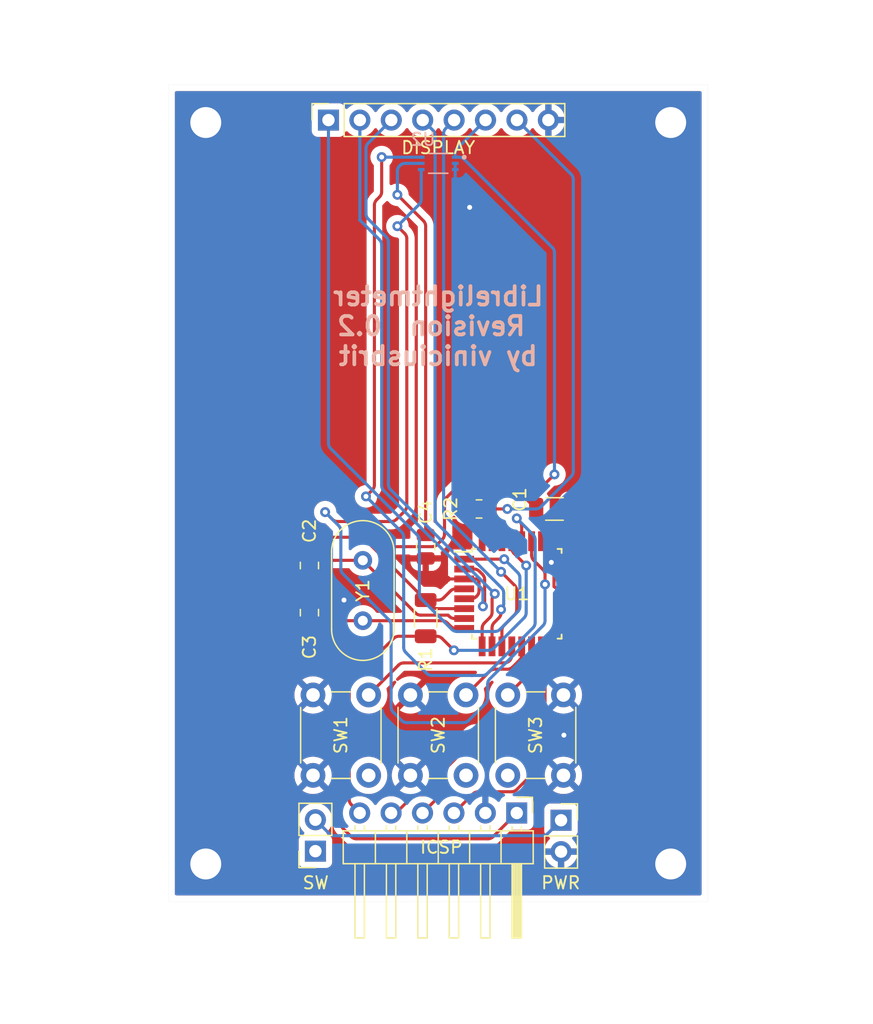
<source format=kicad_pcb>
(kicad_pcb (version 20211014) (generator pcbnew)
  (layers (0 "F.Cu" signal) (31 "B.Cu" signal) (34 "B.Paste" user) (35 "F.Paste" user) (36 "B.SilkS" user "B.Silkscreen") (37 "F.SilkS" user "F.Silkscreen") (38 "B.Mask" user) (39 "F.Mask" user) (44 "Edge.Cuts" user))
  (net 0 "")
  (net 1 "BAT+")
  (net 2 "GND")
  (net 3 "Net-(U1-Pad20)")
  (net 4 "VCC")
  (net 5 "Net-(U1-Pad7)")
  (net 6 "Net-(U1-Pad8)")
  (net 7 "Net-(U2-Pad5)")
  (net 8 "SCK")
  (net 9 "MISO")
  (net 10 "MOSI")
  (net 11 "CS")
  (net 12 "RST")
  (net 13 "CE")
  (net 14 "DC")
  (net 15 "DIN")
  (net 16 "CLK")
  (net 17 "Net-(Nokia5110-Pad7)")
  (net 19 "BL")
  (net 20 "Net-(SW1-Pad1)")
  (net 21 "Net-(SW2-Pad1)")
  (net 22 "Net-(SW3-Pad1)")
  (net 30 "SDA")
  (net 31 "SCL")
  (footprint "Capacitor_SMD:C_0805_2012Metric" (layer "F.Cu") (at 165.1 120.142 90)
    (fp_text reference "C4" (at 2.794 0 90) (layer "F.SilkS"))
    (fp_text value "0.1uF")
    (pad "1" smd roundrect (at -0.95 0 90) (size 1 1.45) (layers "F.Cu" "F.Paste" "F.Mask") (net 2 "GND"))
    (pad "2" smd roundrect (at 0.95 0 90) (size 1 1.45) (layers "F.Cu" "F.Paste" "F.Mask") (net 7 "Net-(U2-Pad5)"))
  )
  (footprint "Capacitor_SMD:C_0805_2012Metric" (layer "F.Cu") (at 155.702 125.476 90)
    (fp_text reference "C3" (at -2.794 0 90) (layer "F.SilkS"))
    (fp_text value "22pF")
    (pad "1" smd roundrect (at -0.95 0 90) (size 1 1.45) (layers "F.Cu" "F.Paste" "F.Mask") (net 6 "Net-(U1-Pad8)"))
    (pad "2" smd roundrect (at 0.95 0 90) (size 1 1.45) (layers "F.Cu" "F.Paste" "F.Mask") (net 2 "GND"))
  )
  (footprint "Resistor_SMD:R_0805_2012Metric" (layer "F.Cu") (at 169.418 117.094)
    (fp_text reference "R2" (at -2.286 0 90) (layer "F.SilkS"))
    (fp_text value "220")
    (pad "1" smd roundrect (at -0.9125 0) (size 1.025 1.4) (layers "F.Cu" "F.Paste" "F.Mask") (roundrect_rratio 0.243902) (net 19 "BL"))
    (pad "2" smd roundrect (at 0.9125 0) (size 1.025 1.4) (layers "F.Cu" "F.Paste" "F.Mask") (roundrect_rratio 0.243902) (net 17 "Net-(Nokia5110-Pad7)"))
  )
  (footprint "Connector_PinSocket_2.54mm:PinSocket_1x02_P2.54mm_Vertical" (layer "F.Cu") (at 156.185 144.76 180)
    (fp_text reference "SW" (at -0.025 -2.56 180) (layer "F.SilkS"))
    (fp_text value "SW_Push_SPDT")
    (pad "1" thru_hole rect (at 0 0 180) (size 1.7 1.7) (drill 1) (layers *.Cu *.Mask))
    (pad "2" thru_hole oval (at 0 2.54 180) (size 1.7 1.7) (drill 1) (layers *.Cu *.Mask) (net 1 "BAT+"))
  )
  (footprint "Button_Switch_THT:SW_PUSH_6mm" (layer "F.Cu") (at 171.74 138.632 90)
    (fp_text reference "SW3" (at 3.25 2.25 90) (layer "F.SilkS"))
    (fp_text value "SW_Push")
    (pad "1" thru_hole circle (at 0 0 180) (size 2 2) (drill 1.1) (layers *.Cu *.Mask) (net 22 "Net-(SW3-Pad1)"))
    (pad "1" thru_hole circle (at 6.5 0 180) (size 2 2) (drill 1.1) (layers *.Cu *.Mask) (net 22 "Net-(SW3-Pad1)"))
    (pad "2" thru_hole circle (at 6.5 4.5 180) (size 2 2) (drill 1.1) (layers *.Cu *.Mask) (net 2 "GND"))
    (pad "2" thru_hole circle (at 0 4.5 180) (size 2 2) (drill 1.1) (layers *.Cu *.Mask) (net 2 "GND"))
  )
  (footprint "Connector_PinHeader_2.54mm:PinHeader_1x06_P2.54mm_Horizontal" (layer "F.Cu") (at 172.466 141.675 -90)
    (fp_text reference "ICSP" (at 2.77 6.096 180) (layer "F.SilkS"))
    (fp_text value "Conn_01x06")
    (pad "1" thru_hole rect (at 0 0 270) (size 1.7 1.7) (drill 1) (layers *.Cu *.Mask) (net 4 "VCC"))
    (pad "2" thru_hole oval (at 0 2.54 270) (size 1.7 1.7) (drill 1) (layers *.Cu *.Mask) (net 2 "GND"))
    (pad "3" thru_hole oval (at 0 5.08 270) (size 1.7 1.7) (drill 1) (layers *.Cu *.Mask) (net 8 "SCK"))
    (pad "4" thru_hole oval (at 0 7.62 270) (size 1.7 1.7) (drill 1) (layers *.Cu *.Mask) (net 9 "MISO"))
    (pad "5" thru_hole oval (at 0 10.16 270) (size 1.7 1.7) (drill 1) (layers *.Cu *.Mask) (net 10 "MOSI"))
    (pad "6" thru_hole oval (at 0 12.7 270) (size 1.7 1.7) (drill 1) (layers *.Cu *.Mask) (net 11 "CS"))
  )
  (footprint "Button_Switch_THT:SW_PUSH_6mm" (layer "F.Cu") (at 168.366 132.132 -90)
    (fp_text reference "SW2" (at 3.25 2.25 90) (layer "F.SilkS"))
    (fp_text value "SW_Push")
    (pad "1" thru_hole circle (at 6.5 0) (size 2 2) (drill 1.1) (layers *.Cu *.Mask) (net 21 "Net-(SW2-Pad1)"))
    (pad "1" thru_hole circle (at 0 0) (size 2 2) (drill 1.1) (layers *.Cu *.Mask) (net 21 "Net-(SW2-Pad1)"))
    (pad "2" thru_hole circle (at 0 4.5) (size 2 2) (drill 1.1) (layers *.Cu *.Mask) (net 2 "GND"))
    (pad "2" thru_hole circle (at 6.5 4.5) (size 2 2) (drill 1.1) (layers *.Cu *.Mask) (net 2 "GND"))
  )
  (footprint "Button_Switch_THT:SW_PUSH_6mm" (layer "F.Cu") (at 160.492 132.132 -90)
    (fp_text reference "SW1" (at 3.25 2.25 90) (layer "F.SilkS"))
    (fp_text value "SW_Push")
    (pad "1" thru_hole circle (at 0 0) (size 2 2) (drill 1.1) (layers *.Cu *.Mask) (net 20 "Net-(SW1-Pad1)"))
    (pad "1" thru_hole circle (at 6.5 0) (size 2 2) (drill 1.1) (layers *.Cu *.Mask) (net 20 "Net-(SW1-Pad1)"))
    (pad "2" thru_hole circle (at 6.5 4.5) (size 2 2) (drill 1.1) (layers *.Cu *.Mask) (net 2 "GND"))
    (pad "2" thru_hole circle (at 0 4.5) (size 2 2) (drill 1.1) (layers *.Cu *.Mask) (net 2 "GND"))
  )
  (footprint "Capacitor_SMD:C_0805_2012Metric" (layer "F.Cu") (at 155.702 121.666 -90)
    (fp_text reference "C2" (at -2.794 0 90) (layer "F.SilkS"))
    (fp_text value "22pF")
    (pad "1" smd roundrect (at -0.95 0 270) (size 1 1.45) (layers "F.Cu" "F.Paste" "F.Mask") (net 5 "Net-(U1-Pad7)"))
    (pad "2" smd roundrect (at 0.95 0 270) (size 1 1.45) (layers "F.Cu" "F.Paste" "F.Mask") (net 2 "GND"))
  )
  (footprint "Package_QFP:TQFP-32_7x7mm_P0.8mm" (layer "F.Cu") (at 172.466 123.952)
    (fp_text reference "U1" (at 0 0 180) (layer "F.SilkS"))
    (fp_text value "ATmega328P-A")
    (pad "1" smd rect (at -4.25 -2.8) (size 1.6 0.55) (layers "F.Cu" "F.Paste" "F.Mask") (net 12 "RST"))
    (pad "2" smd rect (at -4.25 -2) (size 1.6 0.55) (layers "F.Cu" "F.Paste" "F.Mask") (net 13 "CE"))
    (pad "3" smd rect (at -4.25 -1.2) (size 1.6 0.55) (layers "F.Cu" "F.Paste" "F.Mask") (net 2 "GND"))
    (pad "4" smd rect (at -4.25 -0.4) (size 1.6 0.55) (layers "F.Cu" "F.Paste" "F.Mask") (net 4 "VCC"))
    (pad "5" smd rect (at -4.25 0.4) (size 1.6 0.55) (layers "F.Cu" "F.Paste" "F.Mask") (net 2 "GND"))
    (pad "6" smd rect (at -4.25 1.2) (size 1.6 0.55) (layers "F.Cu" "F.Paste" "F.Mask") (net 4 "VCC"))
    (pad "7" smd rect (at -4.25 2) (size 1.6 0.55) (layers "F.Cu" "F.Paste" "F.Mask") (net 5 "Net-(U1-Pad7)"))
    (pad "8" smd rect (at -4.25 2.8) (size 1.6 0.55) (layers "F.Cu" "F.Paste" "F.Mask") (net 6 "Net-(U1-Pad8)"))
    (pad "9" smd rect (at -2.8 4.25 90) (size 1.6 0.55) (layers "F.Cu" "F.Paste" "F.Mask") (net 14 "DC"))
    (pad "10" smd rect (at -2 4.25 90) (size 1.6 0.55) (layers "F.Cu" "F.Paste" "F.Mask") (net 15 "DIN"))
    (pad "11" smd rect (at -1.2 4.25 90) (size 1.6 0.55) (layers "F.Cu" "F.Paste" "F.Mask") (net 16 "CLK"))
    (pad "12" smd rect (at -0.4 4.25 90) (size 1.6 0.55) (layers "F.Cu" "F.Paste" "F.Mask") (net 20 "Net-(SW1-Pad1)"))
    (pad "13" smd rect (at 0.4 4.25 90) (size 1.6 0.55) (layers "F.Cu" "F.Paste" "F.Mask") (net 21 "Net-(SW2-Pad1)"))
    (pad "14" smd rect (at 1.2 4.25 90) (size 1.6 0.55) (layers "F.Cu" "F.Paste" "F.Mask") (net 22 "Net-(SW3-Pad1)"))
    (pad "15" smd rect (at 2 4.25 90) (size 1.6 0.55) (layers "F.Cu" "F.Paste" "F.Mask") (net 10 "MOSI"))
    (pad "16" smd rect (at 2.8 4.25 90) (size 1.6 0.55) (layers "F.Cu" "F.Paste" "F.Mask") (net 9 "MISO"))
    (pad "17" smd rect (at 4.25 2.8) (size 1.6 0.55) (layers "F.Cu" "F.Paste" "F.Mask") (net 8 "SCK"))
    (pad "18" smd rect (at 4.25 2) (size 1.6 0.55) (layers "F.Cu" "F.Paste" "F.Mask"))
    (pad "19" smd rect (at 4.25 1.2) (size 1.6 0.55) (layers "F.Cu" "F.Paste" "F.Mask"))
    (pad "20" smd rect (at 4.25 0.4) (size 1.6 0.55) (layers "F.Cu" "F.Paste" "F.Mask") (net 3 "Net-(U1-Pad20)"))
    (pad "21" smd rect (at 4.25 -0.4) (size 1.6 0.55) (layers "F.Cu" "F.Paste" "F.Mask") (net 2 "GND"))
    (pad "22" smd rect (at 4.25 -1.2) (size 1.6 0.55) (layers "F.Cu" "F.Paste" "F.Mask"))
    (pad "23" smd rect (at 4.25 -2) (size 1.6 0.55) (layers "F.Cu" "F.Paste" "F.Mask"))
    (pad "24" smd rect (at 4.25 -2.8) (size 1.6 0.55) (layers "F.Cu" "F.Paste" "F.Mask"))
    (pad "25" smd rect (at 2.8 -4.25 90) (size 1.6 0.55) (layers "F.Cu" "F.Paste" "F.Mask"))
    (pad "26" smd rect (at 2 -4.25 90) (size 1.6 0.55) (layers "F.Cu" "F.Paste" "F.Mask"))
    (pad "27" smd rect (at 1.2 -4.25 90) (size 1.6 0.55) (layers "F.Cu" "F.Paste" "F.Mask") (net 30 "SDA"))
    (pad "28" smd rect (at 0.4 -4.25 90) (size 1.6 0.55) (layers "F.Cu" "F.Paste" "F.Mask") (net 31 "SCL"))
    (pad "29" smd rect (at -0.4 -4.25 90) (size 1.6 0.55) (layers "F.Cu" "F.Paste" "F.Mask") (net 11 "CS"))
    (pad "30" smd rect (at -1.2 -4.25 90) (size 1.6 0.55) (layers "F.Cu" "F.Paste" "F.Mask"))
    (pad "31" smd rect (at -2 -4.25 90) (size 1.6 0.55) (layers "F.Cu" "F.Paste" "F.Mask"))
    (pad "32" smd rect (at -2.8 -4.25 90) (size 1.6 0.55) (layers "F.Cu" "F.Paste" "F.Mask") (net 19 "BL"))
  )
  (footprint "Capacitor_SMD:C_1206_3216Metric" (layer "F.Cu") (at 175.514 117.094 180)
    (fp_text reference "C1" (at 2.794 0.762 90) (layer "F.SilkS"))
    (fp_text value "47uF")
    (pad "1" smd roundrect (at -1.475 0 180) (size 1.15 1.8) (layers "F.Cu" "F.Paste" "F.Mask") (roundrect_rratio 0.217391) (net 3 "Net-(U1-Pad20)"))
    (pad "2" smd roundrect (at 1.475 0 180) (size 1.15 1.8) (layers "F.Cu" "F.Paste" "F.Mask") (roundrect_rratio 0.217391) (net 4 "VCC"))
  )
  (footprint "Crystal:Crystal_HC49-U_Vertical" (layer "F.Cu") (at 160.02 121.248 -90)
    (fp_text reference "Y1" (at 2.44 0 90) (layer "F.SilkS"))
    (fp_text value "16Mhz")
    (pad "1" thru_hole circle (at 0 0 270) (size 1.5 1.5) (drill 0.8) (layers *.Cu *.Mask) (net 5 "Net-(U1-Pad7)"))
    (pad "2" thru_hole circle (at 4.88 0 270) (size 1.5 1.5) (drill 0.8) (layers *.Cu *.Mask) (net 6 "Net-(U1-Pad8)"))
  )
  (footprint "Resistor_SMD:R_1206_3216Metric" (layer "F.Cu") (at 165.1 125.9225 90)
    (fp_text reference "R1" (at -3.3635 0 90) (layer "F.SilkS"))
    (fp_text value "1k")
    (pad "1" smd roundrect (at -1.4625 0 90) (size 1.125 1.75) (layers "F.Cu" "F.Paste" "F.Mask") (roundrect_rratio 0.222222) (net 11 "CS"))
    (pad "2" smd roundrect (at 1.4625 0 90) (size 1.125 1.75) (layers "F.Cu" "F.Paste" "F.Mask") (roundrect_rratio 0.222222) (net 4 "VCC"))
  )
  (footprint "Connector_PinSocket_2.54mm:PinSocket_1x02_P2.54mm_Vertical" (layer "F.Cu") (at 176.047 142.26)
    (fp_text reference "PWR" (at -0.025 5.06) (layer "F.SilkS"))
    (fp_text value "Conn_01x02_Female")
    (pad "1" thru_hole rect (at 0 0) (size 1.7 1.7) (drill 1) (layers *.Cu *.Mask) (net 1 "BAT+"))
    (pad "2" thru_hole oval (at 0 2.54) (size 1.7 1.7) (drill 1) (layers *.Cu *.Mask) (net 2 "GND"))
  )
  (footprint "Connector_PinSocket_2.54mm:PinSocket_1x08_P2.54mm_Vertical" (layer "F.Cu") (at 157.241 85.653 90)
    (fp_text reference "DISPLAY" (at -2.231 8.875 180) (layer "F.SilkS"))
    (fp_text value "Conn_01x08")
    (pad "1" thru_hole rect (at 0 0 90) (size 1.7 1.7) (drill 1) (layers *.Cu *.Mask) (net 12 "RST"))
    (pad "2" thru_hole oval (at 0 2.54 90) (size 1.7 1.7) (drill 1) (layers *.Cu *.Mask) (net 13 "CE"))
    (pad "3" thru_hole oval (at 0 5.08 90) (size 1.7 1.7) (drill 1) (layers *.Cu *.Mask) (net 14 "DC"))
    (pad "4" thru_hole oval (at 0 7.62 90) (size 1.7 1.7) (drill 1) (layers *.Cu *.Mask) (net 15 "DIN"))
    (pad "5" thru_hole oval (at 0 10.16 90) (size 1.7 1.7) (drill 1) (layers *.Cu *.Mask) (net 16 "CLK"))
    (pad "6" thru_hole oval (at 0 12.7 90) (size 1.7 1.7) (drill 1) (layers *.Cu *.Mask) (net 4 "VCC"))
    (pad "7" thru_hole oval (at 0 15.24 90) (size 1.7 1.7) (drill 1) (layers *.Cu *.Mask) (net 17 "Net-(Nokia5110-Pad7)"))
    (pad "8" thru_hole oval (at 0 17.78 90) (size 1.7 1.7) (drill 1) (layers *.Cu *.Mask) (net 2 "GND"))
  )
  (footprint "Imported Components:XDCR_BH1750FVI-TR" (layer "B.Cu") (at 166.116 89.154 180)
    (fp_text reference "U2" (at 1.226565 1.937485) (layer "B.SilkS") (effects (font (size 1.001283 1.001283)) (justify mirror)))
    (fp_text value "BH1750FVI-TR")
    (pad "1" smd rect locked (at -1.375 0.5 180) (size 0.55 0.25) (layers "B.Cu" "B.Paste" "B.Mask") (net 4 "VCC"))
    (pad "2" smd rect locked (at -1.375 0 180) (size 0.55 0.25) (layers "B.Cu" "B.Paste" "B.Mask") (net 2 "GND"))
    (pad "3" smd rect locked (at -1.375 -0.5 180) (size 0.55 0.25) (layers "B.Cu" "B.Paste" "B.Mask") (net 2 "GND"))
    (pad "4" smd rect locked (at 1.375 -0.5 180) (size 0.55 0.25) (layers "B.Cu" "B.Paste" "B.Mask") (net 30 "SDA"))
    (pad "5" smd rect locked (at 1.375 0 180) (size 0.55 0.25) (layers "B.Cu" "B.Paste" "B.Mask") (net 7 "Net-(U2-Pad5)"))
    (pad "6" smd rect locked (at 1.375 0.5 180) (size 0.55 0.25) (layers "B.Cu" "B.Paste" "B.Mask") (net 31 "SCL"))
  )
  (gr_rect (start 144.315 148.844) (end 187.917 82.804) (layer "Edge.Cuts") (width 0.01) (fill none))
  (gr_text "Librelightmeter\n Revision  0.2\nby viniciusbrit" (at 166.116 102.3112) (layer "B.SilkS") (effects (font (size 1.5 1.5) (thickness 0.3)) (justify mirror)))
  (segment (start 157.72767 143.51) (end 174.54433 143.51) (width 0.25) (layer "B.Cu") (net 1))
  (segment (start 174.975665 143.331335) (end 176.047 142.26) (width 0.25) (layer "B.Cu") (net 1))
  (segment (start 156.185 142.22) (end 157.296335 143.331335) (width 0.25) (layer "B.Cu") (net 1))
  (arc (start 174.54433 143.51) (mid 174.777767 143.463567) (end 174.975665 143.331335) (width 0.25) (layer "B.Cu") (net 1))
  (arc (start 157.72767 143.51) (mid 157.494233 143.463567) (end 157.296335 143.331335) (width 0.25) (layer "B.Cu") (net 1))
  (segment (start 169.418 123.111107) (end 169.418 123.69933) (width 0.25) (layer "F.Cu") (net 2))
  (segment (start 169.239335 124.130665) (end 169.196665 124.173335) (width 0.25) (layer "F.Cu") (net 2))
  (segment (start 168.76533 124.352) (end 168.216 124.352) (width 0.25) (layer "F.Cu") (net 2))
  (segment (start 175.476511 123.362511) (end 175.476511 121.881181) (width 0.25) (layer "F.Cu") (net 2))
  (segment (start 176.716 123.552) (end 175.91867 123.552) (width 0.25) (layer "F.Cu") (net 2))
  (segment (start 175.487335 123.373335) (end 175.476511 123.362511) (width 0.25) (layer "F.Cu") (net 2))
  (segment (start 169.266 122.752) (end 169.271554 122.757554) (width 0.25) (layer "F.Cu") (net 2))
  (segment (start 167.01267 122.752) (end 168.216 122.752) (width 0.25) (layer "F.Cu") (net 2))
  (segment (start 175.297846 121.449846) (end 175.26 121.412) (width 0.25) (layer "F.Cu") (net 2))
  (segment (start 168.216 122.752) (end 169.266 122.752) (width 0.25) (layer "F.Cu") (net 2))
  (via (at 158.496 124.46) (size 0.8) (drill 0.4) (layers "F.Cu" "B.Cu") (net 2))
  (via (at 184.912 85.852) (size 5) (drill 2.5) (layers "F.Cu" "B.Cu") (net 2))
  (via (at 147.32 145.796) (size 5) (drill 2.5) (layers "F.Cu" "B.Cu") (net 2))
  (via (at 175.26 121.412) (size 0.8) (drill 0.4) (layers "F.Cu" "B.Cu") (net 2))
  (via (at 168.656 92.71) (size 0.8) (drill 0.4) (layers "F.Cu" "B.Cu") (net 2))
  (via (at 176.276 135.382) (size 0.8) (drill 0.4) (layers "F.Cu" "B.Cu") (net 2))
  (via (at 184.912 145.796) (size 5) (drill 2.5) (layers "F.Cu" "B.Cu") (net 2))
  (via (at 147.32 85.852) (size 5) (drill 2.5) (layers "F.Cu" "B.Cu") (net 2))
  (arc (start 169.418 123.69933) (mid 169.371567 123.932767) (end 169.239335 124.130665) (width 0.25) (layer "F.Cu") (net 2))
  (arc (start 167.01267 122.752) (mid 166.779233 122.705567) (end 166.581335 122.573335) (width 0.25) (layer "F.Cu") (net 2))
  (arc (start 169.418 123.111107) (mid 169.37994 122.919766) (end 169.271554 122.757554) (width 0.25) (layer "F.Cu") (net 2))
  (arc (start 169.196665 124.173335) (mid 168.998767 124.305566) (end 168.76533 124.352) (width 0.25) (layer "F.Cu") (net 2))
  (arc (start 175.487335 123.373335) (mid 175.685233 123.505566) (end 175.91867 123.552) (width 0.25) (layer "F.Cu") (net 2))
  (arc (start 175.297846 121.449846) (mid 175.430077 121.647744) (end 175.476511 121.881181) (width 0.25) (layer "F.Cu") (net 2))
  (segment (start 167.491 89.654) (end 167.491 91.29233) (width 0.25) (layer "B.Cu") (net 2))
  (segment (start 167.669665 91.723665) (end 168.656 92.71) (width 0.25) (layer "B.Cu") (net 2))
  (segment (start 167.491 89.154) (end 167.491 89.654) (width 0.25) (layer "B.Cu") (net 2))
  (arc (start 167.491 91.29233) (mid 167.537433 91.525767) (end 167.669665 91.723665) (width 0.25) (layer "B.Cu") (net 2))
  (segment (start 177.167665 119.763665) (end 177.875335 120.471335) (width 0.25) (layer "F.Cu") (net 3))
  (segment (start 177.875335 124.116687) (end 177.818687 124.173335) (width 0.25) (layer "F.Cu") (net 3))
  (segment (start 178.054 120.90267) (end 178.054 123.685352) (width 0.25) (layer "F.Cu") (net 3))
  (segment (start 177.387352 124.352) (end 176.716 124.352) (width 0.25) (layer "F.Cu") (net 3))
  (segment (start 176.989 117.094) (end 176.989 119.33233) (width 0.25) (layer "F.Cu") (net 3))
  (arc (start 178.054 123.685352) (mid 178.007567 123.918789) (end 177.875335 124.116687) (width 0.25) (layer "F.Cu") (net 3))
  (arc (start 177.167665 119.763665) (mid 177.035434 119.565767) (end 176.989 119.33233) (width 0.25) (layer "F.Cu") (net 3))
  (arc (start 177.387352 124.352) (mid 177.620789 124.305567) (end 177.818687 124.173335) (width 0.25) (layer "F.Cu") (net 3))
  (arc (start 178.054 120.90267) (mid 178.007567 120.669233) (end 177.875335 120.471335) (width 0.25) (layer "F.Cu") (net 3))
  (segment (start 158.063335 128.853335) (end 157.150665 127.940665) (width 0.25) (layer "F.Cu") (net 4))
  (segment (start 155.015335 127.583335) (end 154.356665 126.924665) (width 0.25) (layer "F.Cu") (net 4))
  (segment (start 154.356665 120.217335) (end 155.015335 119.558665) (width 0.25) (layer "F.Cu") (net 4))
  (segment (start 155.44667 119.38) (end 159.76733 119.38) (width 0.25) (layer "F.Cu") (net 4))
  (segment (start 166.548665 124.281335) (end 167.099335 123.730665) (width 0.25) (layer "F.Cu") (net 4))
  (segment (start 154.178 126.49333) (end 154.178 120.64867) (width 0.25) (layer "F.Cu") (net 4))
  (segment (start 174.217665 115.596335) (end 175.514 114.3) (width 0.25) (layer "F.Cu") (net 4))
  (segment (start 174.039 117.094) (end 172.185665 115.240665) (width 0.25) (layer "F.Cu") (net 4))
  (segment (start 172.466 141.675) (end 170.555665 143.585335) (width 0.25) (layer "F.Cu") (net 4))
  (segment (start 166.445335 119.558665) (end 166.040665 119.963335) (width 0.25) (layer "F.Cu") (net 4))
  (segment (start 159.079335 143.585335) (end 158.420665 142.926665) (width 0.25) (layer "F.Cu") (net 4))
  (segment (start 168.216 125.152) (end 166.04467 125.152) (width 0.25) (layer "F.Cu") (net 4))
  (segment (start 160.198665 119.558665) (end 160.782 120.142) (width 0.25) (layer "F.Cu") (net 4))
  (segment (start 165.1 124.46) (end 166.11733 124.46) (width 0.25) (layer "F.Cu") (net 4))
  (segment (start 174.039 117.094) (end 174.039 116.02767) (width 0.25) (layer "F.Cu") (net 4))
  (segment (start 165.613335 124.973335) (end 165.1 124.46) (width 0.25) (layer "F.Cu") (net 4))
  (segment (start 165.60933 120.142) (end 160.782 120.142) (width 0.25) (layer "F.Cu") (net 4))
  (segment (start 170.12433 143.764) (end 159.51067 143.764) (width 0.25) (layer "F.Cu") (net 4))
  (segment (start 171.75433 115.062) (end 168.14667 115.062) (width 0.25) (layer "F.Cu") (net 4))
  (segment (start 156.71933 127.762) (end 155.44667 127.762) (width 0.25) (layer "F.Cu") (net 4))
  (segment (start 167.53067 123.552) (end 168.216 123.552) (width 0.25) (layer "F.Cu") (net 4))
  (segment (start 166.624 116.58467) (end 166.624 119.12733) (width 0.25) (layer "F.Cu") (net 4))
  (segment (start 167.715335 115.240665) (end 166.802665 116.153335) (width 0.25) (layer "F.Cu") (net 4))
  (segment (start 160.782 120.142) (end 165.1 124.46) (width 0.25) (layer "F.Cu") (net 4))
  (segment (start 158.242 142.49533) (end 158.242 129.28467) (width 0.25) (layer "F.Cu") (net 4))
  (via (at 175.514 114.3) (size 0.8) (drill 0.4) (layers "F.Cu" "B.Cu") (net 4))
  (arc (start 155.44667 127.762) (mid 155.213233 127.715567) (end 155.015335 127.583335) (width 0.25) (layer "F.Cu") (net 4))
  (arc (start 171.75433 115.062) (mid 171.987767 115.108433) (end 172.185665 115.240665) (width 0.25) (layer "F.Cu") (net 4))
  (arc (start 166.802665 116.153335) (mid 166.670434 116.351233) (end 166.624 116.58467) (width 0.25) (layer "F.Cu") (net 4))
  (arc (start 158.420665 142.926665) (mid 158.288434 142.728767) (end 158.242 142.49533) (width 0.25) (layer "F.Cu") (net 4))
  (arc (start 154.178 120.64867) (mid 154.224433 120.415233) (end 154.356665 120.217335) (width 0.25) (layer "F.Cu") (net 4))
  (arc (start 156.71933 127.762) (mid 156.952767 127.808433) (end 157.150665 127.940665) (width 0.25) (layer "F.Cu") (net 4))
  (arc (start 166.040665 119.963335) (mid 165.842767 120.095566) (end 165.60933 120.142) (width 0.25) (layer "F.Cu") (net 4))
  (arc (start 170.12433 143.764) (mid 170.357767 143.717567) (end 170.555665 143.585335) (width 0.25) (layer "F.Cu") (net 4))
  (arc (start 167.099335 123.730665) (mid 167.297233 123.598434) (end 167.53067 123.552) (width 0.25) (layer "F.Cu") (net 4))
  (arc (start 159.079335 143.585335) (mid 159.277233 143.717566) (end 159.51067 143.764) (width 0.25) (layer "F.Cu") (net 4))
  (arc (start 155.44667 119.38) (mid 155.213233 119.426433) (end 155.015335 119.558665) (width 0.25) (layer "F.Cu") (net 4))
  (arc (start 167.715335 115.240665) (mid 167.913233 115.108434) (end 168.14667 115.062) (width 0.25) (layer "F.Cu") (net 4))
  (arc (start 160.198665 119.558665) (mid 160.000767 119.426434) (end 159.76733 119.38) (width 0.25) (layer "F.Cu") (net 4))
  (arc (start 166.445335 119.558665) (mid 166.577566 119.360767) (end 166.624 119.12733) (width 0.25) (layer "F.Cu") (net 4))
  (arc (start 158.242 129.28467) (mid 158.195567 129.051233) (end 158.063335 128.853335) (width 0.25) (layer "F.Cu") (net 4))
  (arc (start 154.178 126.49333) (mid 154.224433 126.726767) (end 154.356665 126.924665) (width 0.25) (layer "F.Cu") (net 4))
  (arc (start 166.11733 124.46) (mid 166.350767 124.413567) (end 166.548665 124.281335) (width 0.25) (layer "F.Cu") (net 4))
  (arc (start 165.613335 124.973335) (mid 165.811233 125.105566) (end 166.04467 125.152) (width 0.25) (layer "F.Cu") (net 4))
  (arc (start 174.039 116.02767) (mid 174.085433 115.794233) (end 174.217665 115.596335) (width 0.25) (layer "F.Cu") (net 4))
  (segment (start 175.335335 95.949313) (end 168.218687 88.832665) (width 0.25) (layer "B.Cu") (net 4))
  (segment (start 167.669665 87.924335) (end 169.941 85.653) (width 0.25) (layer "B.Cu") (net 4))
  (segment (start 175.514 114.3) (end 175.514 96.380648) (width 0.25) (layer "B.Cu") (net 4))
  (segment (start 167.787352 88.654) (end 167.491 88.654) (width 0.25) (layer "B.Cu") (net 4))
  (segment (start 167.491 88.654) (end 167.491 88.35567) (width 0.25) (layer "B.Cu") (net 4))
  (arc (start 167.787352 88.654) (mid 168.020789 88.700433) (end 168.218687 88.832665) (width 0.25) (layer "B.Cu") (net 4))
  (arc (start 175.514 96.380648) (mid 175.467567 96.147211) (end 175.335335 95.949313) (width 0.25) (layer "B.Cu") (net 4))
  (arc (start 167.491 88.35567) (mid 167.537433 88.122233) (end 167.669665 87.924335) (width 0.25) (layer "B.Cu") (net 4))
  (segment (start 166.911991 125.67848) (end 167.006846 125.773335) (width 0.25) (layer "F.Cu") (net 5))
  (segment (start 164.70315 125.67848) (end 166.911991 125.67848) (width 0.25) (layer "F.Cu") (net 5))
  (segment (start 160.02 121.248) (end 164.271815 125.499815) (width 0.25) (layer "F.Cu") (net 5))
  (segment (start 156.48667 121.248) (end 160.02 121.248) (width 0.25) (layer "F.Cu") (net 5))
  (segment (start 155.702 120.716) (end 156.055335 121.069335) (width 0.25) (layer "F.Cu") (net 5))
  (segment (start 167.438181 125.952) (end 168.216 125.952) (width 0.25) (layer "F.Cu") (net 5))
  (arc (start 167.438181 125.952) (mid 167.204744 125.905567) (end 167.006846 125.773335) (width 0.25) (layer "F.Cu") (net 5))
  (arc (start 164.271815 125.499815) (mid 164.469713 125.632046) (end 164.70315 125.67848) (width 0.25) (layer "F.Cu") (net 5))
  (arc (start 156.48667 121.248) (mid 156.253233 121.201567) (end 156.055335 121.069335) (width 0.25) (layer "F.Cu") (net 5))
  (segment (start 155.702 126.426) (end 155.821335 126.306665) (width 0.25) (layer "F.Cu") (net 6))
  (segment (start 160.02 126.128) (end 166.415308 126.128) (width 0.25) (layer "F.Cu") (net 6))
  (segment (start 156.25267 126.128) (end 160.02 126.128) (width 0.25) (layer "F.Cu") (net 6))
  (segment (start 166.846643 126.306665) (end 167.113313 126.573335) (width 0.25) (layer "F.Cu") (net 6))
  (segment (start 167.544648 126.752) (end 168.216 126.752) (width 0.25) (layer "F.Cu") (net 6))
  (arc (start 167.544648 126.752) (mid 167.311211 126.705567) (end 167.113313 126.573335) (width 0.25) (layer "F.Cu") (net 6))
  (arc (start 166.415308 126.128) (mid 166.648745 126.174433) (end 166.846643 126.306665) (width 0.25) (layer "F.Cu") (net 6))
  (arc (start 156.25267 126.128) (mid 156.019233 126.174433) (end 155.821335 126.306665) (width 0.25) (layer "F.Cu") (net 6))
  (segment (start 164.921335 93.801335) (end 162.814 91.694) (width 0.25) (layer "F.Cu") (net 7))
  (segment (start 165.1 119.192) (end 165.1 94.23267) (width 0.25) (layer "F.Cu") (net 7))
  (via (at 162.814 91.694) (size 0.8) (drill 0.4) (layers "F.Cu" "B.Cu") (net 7))
  (arc (start 164.921335 93.801335) (mid 165.053566 93.999233) (end 165.1 94.23267) (width 0.25) (layer "F.Cu") (net 7))
  (segment (start 163.444648 89.154) (end 164.741 89.154) (width 0.25) (layer "B.Cu") (net 7))
  (segment (start 162.992665 89.353313) (end 163.013313 89.332665) (width 0.25) (layer "B.Cu") (net 7))
  (segment (start 162.814 91.694) (end 162.814 89.784648) (width 0.25) (layer "B.Cu") (net 7))
  (arc (start 163.013313 89.332665) (mid 163.211211 89.200434) (end 163.444648 89.154) (width 0.25) (layer "B.Cu") (net 7))
  (arc (start 162.992665 89.353313) (mid 162.860434 89.551211) (end 162.814 89.784648) (width 0.25) (layer "B.Cu") (net 7))
  (segment (start 176.716 129.10133) (end 176.716 126.752) (width 0.25) (layer "F.Cu") (net 8))
  (segment (start 169.357159 139.956511) (end 172.035962 139.956511) (width 0.25) (layer "F.Cu") (net 8))
  (segment (start 174.752 137.240473) (end 174.752 131.57067) (width 0.25) (layer "F.Cu") (net 8))
  (segment (start 172.467297 139.777846) (end 174.573335 137.671808) (width 0.25) (layer "F.Cu") (net 8))
  (segment (start 174.930665 131.139335) (end 176.537335 129.532665) (width 0.25) (layer "F.Cu") (net 8))
  (segment (start 167.386 141.675) (end 168.925824 140.135176) (width 0.25) (layer "F.Cu") (net 8))
  (arc (start 174.573335 137.671808) (mid 174.705566 137.47391) (end 174.752 137.240473) (width 0.25) (layer "F.Cu") (net 8))
  (arc (start 169.357159 139.956511) (mid 169.123722 140.002944) (end 168.925824 140.135176) (width 0.25) (layer "F.Cu") (net 8))
  (arc (start 172.467297 139.777846) (mid 172.269399 139.910077) (end 172.035962 139.956511) (width 0.25) (layer "F.Cu") (net 8))
  (arc (start 174.752 131.57067) (mid 174.798433 131.337233) (end 174.930665 131.139335) (width 0.25) (layer "F.Cu") (net 8))
  (arc (start 176.537335 129.532665) (mid 176.669566 129.334767) (end 176.716 129.10133) (width 0.25) (layer "F.Cu") (net 8))
  (segment (start 166.802665 137.997335) (end 168.731335 136.068665) (width 0.25) (layer "F.Cu") (net 9))
  (segment (start 174.422665 130.885335) (end 175.087335 130.220665) (width 0.25) (layer "F.Cu") (net 9))
  (segment (start 164.846 141.675) (end 166.445335 140.075665) (width 0.25) (layer "F.Cu") (net 9))
  (segment (start 166.624 139.64433) (end 166.624 138.42867) (width 0.25) (layer "F.Cu") (net 9))
  (segment (start 174.244 133.85933) (end 174.244 131.31667) (width 0.25) (layer "F.Cu") (net 9))
  (segment (start 169.16267 135.89) (end 172.21333 135.89) (width 0.25) (layer "F.Cu") (net 9))
  (segment (start 175.266 129.78933) (end 175.266 128.202) (width 0.25) (layer "F.Cu") (net 9))
  (segment (start 172.644665 135.711335) (end 174.065335 134.290665) (width 0.25) (layer "F.Cu") (net 9))
  (arc (start 166.445335 140.075665) (mid 166.577566 139.877767) (end 166.624 139.64433) (width 0.25) (layer "F.Cu") (net 9))
  (arc (start 175.266 129.78933) (mid 175.219567 130.022767) (end 175.087335 130.220665) (width 0.25) (layer "F.Cu") (net 9))
  (arc (start 174.244 133.85933) (mid 174.197567 134.092767) (end 174.065335 134.290665) (width 0.25) (layer "F.Cu") (net 9))
  (arc (start 166.802665 137.997335) (mid 166.670434 138.195233) (end 166.624 138.42867) (width 0.25) (layer "F.Cu") (net 9))
  (arc (start 174.244 131.31667) (mid 174.290433 131.083233) (end 174.422665 130.885335) (width 0.25) (layer "F.Cu") (net 9))
  (arc (start 169.16267 135.89) (mid 168.929233 135.936433) (end 168.731335 136.068665) (width 0.25) (layer "F.Cu") (net 9))
  (arc (start 172.21333 135.89) (mid 172.446767 135.843567) (end 172.644665 135.711335) (width 0.25) (layer "F.Cu") (net 9))
  (segment (start 165.862 139.44733) (end 165.862 138.42867) (width 0.25) (layer "F.Cu") (net 10))
  (segment (start 166.040665 137.997335) (end 168.731335 135.306665) (width 0.25) (layer "F.Cu") (net 10))
  (segment (start 164.415813 140.208) (end 165.10133 140.208) (width 0.25) (layer "F.Cu") (net 10))
  (segment (start 162.306 141.675) (end 162.443473 141.675) (width 0.25) (layer "F.Cu") (net 10))
  (segment (start 173.79448 133.54685) (end 173.79448 131.00419) (width 0.25) (layer "F.Cu") (net 10))
  (segment (start 174.466 129.82733) (end 174.466 128.202) (width 0.25) (layer "F.Cu") (net 10))
  (segment (start 162.874808 141.496335) (end 163.984478 140.386665) (width 0.25) (layer "F.Cu") (net 10))
  (segment (start 172.644665 134.949335) (end 173.615815 133.978185) (width 0.25) (layer "F.Cu") (net 10))
  (segment (start 173.973145 130.572855) (end 174.287335 130.258665) (width 0.25) (layer "F.Cu") (net 10))
  (segment (start 165.532665 140.029335) (end 165.683335 139.878665) (width 0.25) (layer "F.Cu") (net 10))
  (segment (start 169.16267 135.128) (end 172.21333 135.128) (width 0.25) (layer "F.Cu") (net 10))
  (arc (start 165.532665 140.029335) (mid 165.334767 140.161566) (end 165.10133 140.208) (width 0.25) (layer "F.Cu") (net 10))
  (arc (start 173.615815 133.978185) (mid 173.748046 133.780287) (end 173.79448 133.54685) (width 0.25) (layer "F.Cu") (net 10))
  (arc (start 173.973145 130.572855) (mid 173.840914 130.770753) (end 173.79448 131.00419) (width 0.25) (layer "F.Cu") (net 10))
  (arc (start 163.984478 140.386665) (mid 164.182376 140.254434) (end 164.415813 140.208) (width 0.25) (layer "F.Cu") (net 10))
  (arc (start 174.466 129.82733) (mid 174.419567 130.060767) (end 174.287335 130.258665) (width 0.25) (layer "F.Cu") (net 10))
  (arc (start 172.644665 134.949335) (mid 172.446767 135.081566) (end 172.21333 135.128) (width 0.25) (layer "F.Cu") (net 10))
  (arc (start 169.16267 135.128) (mid 168.929233 135.174433) (end 168.731335 135.306665) (width 0.25) (layer "F.Cu") (net 10))
  (arc (start 165.683335 139.878665) (mid 165.815566 139.680767) (end 165.862 139.44733) (width 0.25) (layer "F.Cu") (net 10))
  (arc (start 162.874808 141.496335) (mid 162.67691 141.628566) (end 162.443473 141.675) (width 0.25) (layer "F.Cu") (net 10))
  (arc (start 165.862 138.42867) (mid 165.908433 138.195233) (end 166.040665 137.997335) (width 0.25) (layer "F.Cu") (net 10))
  (segment (start 173.228 121.666) (end 172.244665 120.682665) (width 0.25) (layer "F.Cu") (net 11))
  (segment (start 158.916 140.57233) (end 158.916 131.40467) (width 0.25) (layer "F.Cu") (net 11))
  (segment (start 159.766 141.675) (end 159.094665 141.003665) (width 0.25) (layer "F.Cu") (net 11))
  (segment (start 165.1 127.385) (end 165.99433 127.385) (width 0.25) (layer "F.Cu") (net 11))
  (segment (start 159.094665 130.973335) (end 162.504335 127.563665) (width 0.25) (layer "F.Cu") (net 11))
  (segment (start 172.066 120.25133) (end 172.066 119.702) (width 0.25) (layer "F.Cu") (net 11))
  (segment (start 166.425665 127.563665) (end 167.386 128.524) (width 0.25) (layer "F.Cu") (net 11))
  (segment (start 162.93567 127.385) (end 165.1 127.385) (width 0.25) (layer "F.Cu") (net 11))
  (via (at 167.386 128.524) (size 0.8) (drill 0.4) (layers "F.Cu" "B.Cu") (net 11))
  (via (at 173.228 121.666) (size 0.8) (drill 0.4) (layers "F.Cu" "B.Cu") (net 11))
  (arc (start 162.504335 127.563665) (mid 162.702233 127.431434) (end 162.93567 127.385) (width 0.25) (layer "F.Cu") (net 11))
  (arc (start 166.425665 127.563665) (mid 166.227767 127.431434) (end 165.99433 127.385) (width 0.25) (layer "F.Cu") (net 11))
  (arc (start 158.916 140.57233) (mid 158.962433 140.805767) (end 159.094665 141.003665) (width 0.25) (layer "F.Cu") (net 11))
  (arc (start 158.916 131.40467) (mid 158.962433 131.171233) (end 159.094665 130.973335) (width 0.25) (layer "F.Cu") (net 11))
  (arc (start 172.244665 120.682665) (mid 172.112434 120.484767) (end 172.066 120.25133) (width 0.25) (layer "F.Cu") (net 11))
  (segment (start 167.386 128.524) (end 170.18133 128.524) (width 0.25) (layer "B.Cu") (net 11))
  (segment (start 173.228 125.47733) (end 173.228 121.666) (width 0.25) (layer "B.Cu") (net 11))
  (segment (start 170.612665 128.345335) (end 173.049335 125.908665) (width 0.25) (layer "B.Cu") (net 11))
  (arc (start 173.049335 125.908665) (mid 173.181566 125.710767) (end 173.228 125.47733) (width 0.25) (layer "B.Cu") (net 11))
  (arc (start 170.612665 128.345335) (mid 170.414767 128.477566) (end 170.18133 128.524) (width 0.25) (layer "B.Cu") (net 11))
  (segment (start 168.216 121.152) (end 171.456 121.152) (width 0.25) (layer "F.Cu") (net 12))
  (via (at 171.45 121.158) (size 0.8) (drill 0.4) (layers "F.Cu" "B.Cu") (net 12))
  (segment (start 172.541335 122.237335) (end 171.456 121.152) (width 0.25) (layer "B.Cu") (net 12))
  (segment (start 159.004 113.792) (end 159.012614 113.792) (width 0.25) (layer "B.Cu") (net 12))
  (segment (start 159.012614 113.792) (end 164.413335 119.192721) (width 0.25) (layer "B.Cu") (net 12))
  (segment (start 157.419665 112.207665) (end 159.004 113.792) (width 0.25) (layer "B.Cu") (net 12))
  (segment (start 164.592 119.624056) (end 164.592 123.95333) (width 0.25) (layer "B.Cu") (net 12))
  (segment (start 164.770665 124.384665) (end 167.207335 126.821335) (width 0.25) (layer "B.Cu") (net 12))
  (segment (start 172.72 124.96933) (end 172.72 122.66867) (width 0.25) (layer "B.Cu") (net 12))
  (segment (start 167.63867 127) (end 170.68933 127) (width 0.25) (layer "B.Cu") (net 12))
  (segment (start 171.120665 126.821335) (end 172.541335 125.400665) (width 0.25) (layer "B.Cu") (net 12))
  (segment (start 157.241 85.653) (end 157.241 111.77633) (width 0.25) (layer "B.Cu") (net 12))
  (arc (start 164.413335 119.192721) (mid 164.545566 119.390619) (end 164.592 119.624056) (width 0.25) (layer "B.Cu") (net 12))
  (arc (start 172.72 124.96933) (mid 172.673567 125.202767) (end 172.541335 125.400665) (width 0.25) (layer "B.Cu") (net 12))
  (arc (start 167.207335 126.821335) (mid 167.405233 126.953566) (end 167.63867 127) (width 0.25) (layer "B.Cu") (net 12))
  (arc (start 164.770665 124.384665) (mid 164.638434 124.186767) (end 164.592 123.95333) (width 0.25) (layer "B.Cu") (net 12))
  (arc (start 171.120665 126.821335) (mid 170.922767 126.953566) (end 170.68933 127) (width 0.25) (layer "B.Cu") (net 12))
  (arc (start 172.541335 122.237335) (mid 172.673566 122.435233) (end 172.72 122.66867) (width 0.25) (layer "B.Cu") (net 12))
  (arc (start 157.241 111.77633) (mid 157.287433 112.009767) (end 157.419665 112.207665) (width 0.25) (layer "B.Cu") (net 12))
  (segment (start 169.01333 121.952) (end 168.216 121.952) (width 0.25) (layer "F.Cu") (net 13))
  (segment (start 169.86752 124.83096) (end 169.86752 122.80619) (width 0.25) (layer "F.Cu") (net 13))
  (segment (start 169.688855 122.374855) (end 169.444665 122.130665) (width 0.25) (layer "F.Cu") (net 13))
  (segment (start 169.73048 124.968) (end 169.86752 124.83096) (width 0.25) (layer "F.Cu") (net 13))
  (via (at 169.73048 124.968) (size 0.8) (drill 0.4) (layers "F.Cu" "B.Cu") (net 13))
  (arc (start 169.01333 121.952) (mid 169.246767 121.998433) (end 169.444665 122.130665) (width 0.25) (layer "F.Cu") (net 13))
  (arc (start 169.86752 122.80619) (mid 169.821087 122.572753) (end 169.688855 122.374855) (width 0.25) (layer "F.Cu") (net 13))
  (segment (start 159.766 93.726) (end 159.781 93.711) (width 0.25) (layer "B.Cu") (net 13))
  (segment (start 159.781 93.711) (end 159.781 85.653) (width 0.25) (layer "B.Cu") (net 13))
  (segment (start 169.73048 124.968) (end 169.73048 123.882868) (width 0.25) (layer "B.Cu") (net 13))
  (segment (start 161.544 115.191048) (end 161.544 95.75667) (width 0.25) (layer "B.Cu") (net 13))
  (segment (start 161.365335 95.325335) (end 159.766 93.726) (width 0.25) (layer "B.Cu") (net 13))
  (segment (start 169.551815 123.451533) (end 161.722665 115.622383) (width 0.25) (layer "B.Cu") (net 13))
  (arc (start 169.73048 123.882868) (mid 169.684047 123.649431) (end 169.551815 123.451533) (width 0.25) (layer "B.Cu") (net 13))
  (arc (start 161.544 115.191048) (mid 161.590433 115.424485) (end 161.722665 115.622383) (width 0.25) (layer "B.Cu") (net 13))
  (arc (start 161.544 95.75667) (mid 161.497567 95.523233) (end 161.365335 95.325335) (width 0.25) (layer "B.Cu") (net 13))
  (segment (start 169.666 128.202) (end 169.666 126.75067) (width 0.25) (layer "F.Cu") (net 14))
  (segment (start 170.471489 125.439841) (end 170.471489 124.421181) (width 0.25) (layer "F.Cu") (net 14))
  (segment (start 169.844665 126.319335) (end 170.292824 125.871176) (width 0.25) (layer "F.Cu") (net 14))
  (segment (start 170.650154 123.989846) (end 170.688 123.952) (width 0.25) (layer "F.Cu") (net 14))
  (via (at 170.688 123.952) (size 0.8) (drill 0.4) (layers "F.Cu" "B.Cu") (net 14))
  (arc (start 170.471489 125.439841) (mid 170.425056 125.673278) (end 170.292824 125.871176) (width 0.25) (layer "F.Cu") (net 14))
  (arc (start 170.650154 123.989846) (mid 170.517923 124.187744) (end 170.471489 124.421181) (width 0.25) (layer "F.Cu") (net 14))
  (arc (start 169.666 126.75067) (mid 169.712433 126.517233) (end 169.844665 126.319335) (width 0.25) (layer "F.Cu") (net 14))
  (segment (start 160.274 93.21933) (end 160.274 87.95267) (width 0.25) (layer "B.Cu") (net 14))
  (segment (start 160.452665 87.521335) (end 162.321 85.653) (width 0.25) (layer "B.Cu") (net 14))
  (segment (start 161.910824 95.108824) (end 160.452665 93.650665) (width 0.25) (layer "B.Cu") (net 14))
  (segment (start 170.688 123.952) (end 162.268154 115.532154) (width 0.25) (layer "B.Cu") (net 14))
  (segment (start 162.089489 115.100819) (end 162.089489 95.540159) (width 0.25) (layer "B.Cu") (net 14))
  (arc (start 160.274 87.95267) (mid 160.320433 87.719233) (end 160.452665 87.521335) (width 0.25) (layer "B.Cu") (net 14))
  (arc (start 162.089489 95.540159) (mid 162.043056 95.306722) (end 161.910824 95.108824) (width 0.25) (layer "B.Cu") (net 14))
  (arc (start 160.274 93.21933) (mid 160.320433 93.452767) (end 160.452665 93.650665) (width 0.25) (layer "B.Cu") (net 14))
  (arc (start 162.089489 115.100819) (mid 162.135922 115.334256) (end 162.268154 115.532154) (width 0.25) (layer "B.Cu") (net 14))
  (segment (start 170.644665 126.281335) (end 171.017335 125.908665) (width 0.25) (layer "F.Cu") (net 15))
  (segment (start 170.466 128.202) (end 170.466 126.71267) (width 0.25) (layer "F.Cu") (net 15))
  (segment (start 171.196 125.47733) (end 171.196 125.222) (width 0.25) (layer "F.Cu") (net 15))
  (via (at 171.196 125.222) (size 0.8) (drill 0.4) (layers "F.Cu" "B.Cu") (net 15))
  (arc (start 171.196 125.47733) (mid 171.149567 125.710767) (end 171.017335 125.908665) (width 0.25) (layer "F.Cu") (net 15))
  (arc (start 170.466 126.71267) (mid 170.512433 126.479233) (end 170.644665 126.281335) (width 0.25) (layer "F.Cu") (net 15))
  (segment (start 171.196 125.222) (end 171.233846 125.184154) (width 0.25) (layer "B.Cu") (net 15))
  (segment (start 165.683335 86.475335) (end 164.861 85.653) (width 0.25) (layer "B.Cu") (net 15))
  (segment (start 171.233846 123.473232) (end 166.040665 118.280051) (width 0.25) (layer "B.Cu") (net 15))
  (segment (start 165.862 117.848716) (end 165.862 86.90667) (width 0.25) (layer "B.Cu") (net 15))
  (segment (start 171.412511 124.752819) (end 171.412511 123.904567) (width 0.25) (layer "B.Cu") (net 15))
  (arc (start 165.862 86.90667) (mid 165.815567 86.673233) (end 165.683335 86.475335) (width 0.25) (layer "B.Cu") (net 15))
  (arc (start 171.233846 123.473232) (mid 171.366077 123.67113) (end 171.412511 123.904567) (width 0.25) (layer "B.Cu") (net 15))
  (arc (start 171.412511 124.752819) (mid 171.366078 124.986256) (end 171.233846 125.184154) (width 0.25) (layer "B.Cu") (net 15))
  (arc (start 166.040665 118.280051) (mid 165.908434 118.082153) (end 165.862 117.848716) (width 0.25) (layer "B.Cu") (net 15))
  (segment (start 172.466 125.22333) (end 172.466 123.69667) (width 0.25) (layer "F.Cu") (net 16))
  (segment (start 172.287335 123.265335) (end 171.196 122.174) (width 0.25) (layer "F.Cu") (net 16))
  (segment (start 171.266 128.202) (end 171.266 126.92867) (width 0.25) (layer "F.Cu") (net 16))
  (segment (start 171.444665 126.497335) (end 172.287335 125.654665) (width 0.25) (layer "F.Cu") (net 16))
  (via (at 171.196 122.174) (size 0.8) (drill 0.4) (layers "F.Cu" "B.Cu") (net 16))
  (arc (start 172.287335 125.654665) (mid 172.419566 125.456767) (end 172.466 125.22333) (width 0.25) (layer "F.Cu") (net 16))
  (arc (start 171.444665 126.497335) (mid 171.312434 126.695233) (end 171.266 126.92867) (width 0.25) (layer "F.Cu") (net 16))
  (arc (start 172.287335 123.265335) (mid 172.419566 123.463233) (end 172.466 123.69667) (width 0.25) (layer "F.Cu") (net 16))
  (segment (start 171.196 122.174) (end 166.729665 117.707665) (width 0.25) (layer "B.Cu") (net 16))
  (segment (start 166.729665 86.324335) (end 167.401 85.653) (width 0.25) (layer "B.Cu") (net 16))
  (segment (start 166.551 117.27633) (end 166.551 86.75567) (width 0.25) (layer "B.Cu") (net 16))
  (arc (start 166.551 117.27633) (mid 166.597433 117.509767) (end 166.729665 117.707665) (width 0.25) (layer "B.Cu") (net 16))
  (arc (start 166.551 86.75567) (mid 166.597433 86.522233) (end 166.729665 86.324335) (width 0.25) (layer "B.Cu") (net 16))
  (segment (start 170.3305 117.094) (end 171.704 117.094) (width 0.25) (layer "F.Cu") (net 17))
  (via (at 171.704 117.094) (size 0.8) (drill 0.4) (layers "F.Cu" "B.Cu") (net 17))
  (segment (start 177.038 114.04733) (end 177.038 90.46267) (width 0.25) (layer "B.Cu") (net 17))
  (segment (start 176.859335 90.031335) (end 172.481 85.653) (width 0.25) (layer "B.Cu") (net 17))
  (segment (start 171.704 117.094) (end 173.99133 117.094) (width 0.25) (layer "B.Cu") (net 17))
  (segment (start 174.422665 116.915335) (end 176.859335 114.478665) (width 0.25) (layer "B.Cu") (net 17))
  (arc (start 174.422665 116.915335) (mid 174.224767 117.047566) (end 173.99133 117.094) (width 0.25) (layer "B.Cu") (net 17))
  (arc (start 177.038 90.46267) (mid 176.991567 90.229233) (end 176.859335 90.031335) (width 0.25) (layer "B.Cu") (net 17))
  (arc (start 177.038 114.04733) (mid 176.991567 114.280767) (end 176.859335 114.478665) (width 0.25) (layer "B.Cu") (net 17))
  (segment (start 168.5055 117.094) (end 169.487335 118.075835) (width 0.25) (layer "F.Cu") (net 19))
  (segment (start 169.666 118.50717) (end 169.666 119.702) (width 0.25) (layer "F.Cu") (net 19))
  (arc (start 169.487335 118.075835) (mid 169.619566 118.273733) (end 169.666 118.50717) (width 0.25) (layer "F.Cu") (net 19))
  (segment (start 163.33667 129.54) (end 171.45133 129.54) (width 0.25) (layer "F.Cu") (net 20))
  (segment (start 172.066 128.92533) (end 172.066 128.202) (width 0.25) (layer "F.Cu") (net 20))
  (segment (start 160.492 132.132) (end 162.905335 129.718665) (width 0.25) (layer "F.Cu") (net 20))
  (segment (start 171.882665 129.361335) (end 171.887335 129.356665) (width 0.25) (layer "F.Cu") (net 20))
  (arc (start 162.905335 129.718665) (mid 163.103233 129.586434) (end 163.33667 129.54) (width 0.25) (layer "F.Cu") (net 20))
  (arc (start 171.882665 129.361335) (mid 171.684767 129.493566) (end 171.45133 129.54) (width 0.25) (layer "F.Cu") (net 20))
  (arc (start 171.887335 129.356665) (mid 172.019566 129.158767) (end 172.066 128.92533) (width 0.25) (layer "F.Cu") (net 20))
  (segment (start 170.70267 130.048) (end 171.70533 130.048) (width 0.25) (layer "F.Cu") (net 21))
  (segment (start 172.866 128.88733) (end 172.866 128.202) (width 0.25) (layer "F.Cu") (net 21))
  (segment (start 172.136665 129.869335) (end 172.687335 129.318665) (width 0.25) (layer "F.Cu") (net 21))
  (segment (start 168.366 132.132) (end 170.271335 130.226665) (width 0.25) (layer "F.Cu") (net 21))
  (arc (start 172.136665 129.869335) (mid 171.938767 130.001566) (end 171.70533 130.048) (width 0.25) (layer "F.Cu") (net 21))
  (arc (start 170.271335 130.226665) (mid 170.469233 130.094434) (end 170.70267 130.048) (width 0.25) (layer "F.Cu") (net 21))
  (arc (start 172.687335 129.318665) (mid 172.819566 129.120767) (end 172.866 128.88733) (width 0.25) (layer "F.Cu") (net 21))
  (segment (start 171.74 132.132) (end 173.487335 130.384665) (width 0.25) (layer "F.Cu") (net 22))
  (segment (start 173.666 129.95333) (end 173.666 128.202) (width 0.25) (layer "F.Cu") (net 22))
  (arc (start 173.487335 130.384665) (mid 173.619566 130.186767) (end 173.666 129.95333) (width 0.25) (layer "F.Cu") (net 22))
  (segment (start 174.752 122.418056) (end 174.752 123.19) (width 0.25) (layer "F.Cu") (net 30))
  (segment (start 157.98667 118.11) (end 162.30733 118.11) (width 0.25) (layer "F.Cu") (net 30))
  (segment (start 162.738665 117.931335) (end 163.397335 117.272665) (width 0.25) (layer "F.Cu") (net 30))
  (segment (start 163.576 116.84133) (end 163.576 111.76) (width 0.25) (layer "F.Cu") (net 30))
  (segment (start 163.576 111.76) (end 163.576 95.24867) (width 0.25) (layer "F.Cu") (net 30))
  (segment (start 173.844665 121.258051) (end 174.573335 121.986721) (width 0.25) (layer "F.Cu") (net 30))
  (segment (start 156.972 117.348) (end 157.555335 117.931335) (width 0.25) (layer "F.Cu") (net 30))
  (segment (start 173.666 119.702) (end 173.666 120.826716) (width 0.25) (layer "F.Cu") (net 30))
  (segment (start 163.397335 94.817335) (end 162.814 94.234) (width 0.25) (layer "F.Cu") (net 30))
  (via (at 156.972 117.348) (size 0.8) (drill 0.4) (layers "F.Cu" "B.Cu") (net 30))
  (via (at 162.814 94.234) (size 0.8) (drill 0.4) (layers "F.Cu" "B.Cu") (net 30))
  (via (at 174.752 123.19) (size 0.8) (drill 0.4) (layers "F.Cu" "B.Cu") (net 30))
  (arc (start 163.576 116.84133) (mid 163.529567 117.074767) (end 163.397335 117.272665) (width 0.25) (layer "F.Cu") (net 30))
  (arc (start 162.738665 117.931335) (mid 162.540767 118.063566) (end 162.30733 118.11) (width 0.25) (layer "F.Cu") (net 30))
  (arc (start 174.573335 121.986721) (mid 174.705566 122.184619) (end 174.752 122.418056) (width 0.25) (layer "F.Cu") (net 30))
  (arc (start 157.98667 118.11) (mid 157.753233 118.063567) (end 157.555335 117.931335) (width 0.25) (layer "F.Cu") (net 30))
  (arc (start 163.576 95.24867) (mid 163.529567 95.015233) (end 163.397335 94.817335) (width 0.25) (layer "F.Cu") (net 30))
  (arc (start 173.844665 121.258051) (mid 173.712434 121.060153) (end 173.666 120.826716) (width 0.25) (layer "F.Cu") (net 30))
  (segment (start 162.306 133.09733) (end 162.306 126.49067) (width 0.25) (layer "B.Cu") (net 30))
  (segment (start 169.933532 132.834468) (end 168.580665 134.187335) (width 0.25) (layer "B.Cu") (net 30))
  (segment (start 174.752 123.19) (end 174.752 126.113047) (width 0.25) (layer "B.Cu") (net 30))
  (segment (start 174.573335 126.544382) (end 170.290862 130.826855) (width 0.25) (layer "B.Cu") (net 30))
  (segment (start 164.741 92.05433) (end 164.741 89.654) (width 0.25) (layer "B.Cu") (net 30))
  (segment (start 162.127335 126.059335) (end 158.420665 122.352665) (width 0.25) (layer "B.Cu") (net 30))
  (segment (start 162.814 94.234) (end 164.562335 92.485665) (width 0.25) (layer "B.Cu") (net 30))
  (segment (start 163.143335 134.187335) (end 162.484665 133.528665) (width 0.25) (layer "B.Cu") (net 30))
  (segment (start 158.242 121.92133) (end 158.242 118.87067) (width 0.25) (layer "B.Cu") (net 30))
  (segment (start 168.14933 134.366) (end 163.57467 134.366) (width 0.25) (layer "B.Cu") (net 30))
  (segment (start 170.112197 131.25819) (end 170.112197 132.403133) (width 0.25) (layer "B.Cu") (net 30))
  (segment (start 158.063335 118.439335) (end 156.972 117.348) (width 0.25) (layer "B.Cu") (net 30))
  (arc (start 170.290862 130.826855) (mid 170.158631 131.024753) (end 170.112197 131.25819) (width 0.25) (layer "B.Cu") (net 30))
  (arc (start 162.306 133.09733) (mid 162.352433 133.330767) (end 162.484665 133.528665) (width 0.25) (layer "B.Cu") (net 30))
  (arc (start 164.562335 92.485665) (mid 164.694566 92.287767) (end 164.741 92.05433) (width 0.25) (layer "B.Cu") (net 30))
  (arc (start 163.57467 134.366) (mid 163.341233 134.319567) (end 163.143335 134.187335) (width 0.25) (layer "B.Cu") (net 30))
  (arc (start 169.933532 132.834468) (mid 170.065763 132.63657) (end 170.112197 132.403133) (width 0.25) (layer "B.Cu") (net 30))
  (arc (start 168.580665 134.187335) (mid 168.382767 134.319566) (end 168.14933 134.366) (width 0.25) (layer "B.Cu") (net 30))
  (arc (start 162.306 126.49067) (mid 162.259567 126.257233) (end 162.127335 126.059335) (width 0.25) (layer "B.Cu") (net 30))
  (arc (start 174.573335 126.544382) (mid 174.705566 126.346484) (end 174.752 126.113047) (width 0.25) (layer "B.Cu") (net 30))
  (arc (start 158.242 121.92133) (mid 158.288433 122.154767) (end 158.420665 122.352665) (width 0.25) (layer "B.Cu") (net 30))
  (arc (start 158.242 118.87067) (mid 158.195567 118.637233) (end 158.063335 118.439335) (width 0.25) (layer "B.Cu") (net 30))
  (segment (start 172.866 119.702) (end 172.866 118.50867) (width 0.25) (layer "F.Cu") (net 31))
  (segment (start 160.274 116.078) (end 160.776846 115.575154) (width 0.25) (layer "F.Cu") (net 31))
  (segment (start 172.687335 118.077335) (end 172.466 117.856) (width 0.25) (layer "F.Cu") (net 31))
  (segment (start 161.544 91.44133) (end 161.544 88.646) (width 0.25) (layer "F.Cu") (net 31))
  (segment (start 160.955511 115.143819) (end 160.955511 92.535159) (width 0.25) (layer "F.Cu") (net 31))
  (segment (start 161.134176 92.103824) (end 161.365335 91.872665) (width 0.25) (layer "F.Cu") (net 31))
  (via (at 160.274 116.078) (size 0.8) (drill 0.4) (layers "F.Cu" "B.Cu") (net 31))
  (via (at 161.544 88.646) (size 0.8) (drill 0.4) (layers "F.Cu" "B.Cu") (net 31))
  (via (at 172.466 117.856) (size 0.8) (drill 0.4) (layers "F.Cu" "B.Cu") (net 31))
  (arc (start 161.544 91.44133) (mid 161.497567 91.674767) (end 161.365335 91.872665) (width 0.25) (layer "F.Cu") (net 31))
  (arc (start 161.134176 92.103824) (mid 161.001945 92.301722) (end 160.955511 92.535159) (width 0.25) (layer "F.Cu") (net 31))
  (arc (start 172.687335 118.077335) (mid 172.819566 118.275233) (end 172.866 118.50867) (width 0.25) (layer "F.Cu") (net 31))
  (arc (start 160.776846 115.575154) (mid 160.909077 115.377256) (end 160.955511 115.143819) (width 0.25) (layer "F.Cu") (net 31))
  (segment (start 161.552 88.654) (end 164.741 88.654) (width 0.25) (layer "B.Cu") (net 31))
  (segment (start 163.143335 118.947335) (end 160.274 116.078) (width 0.25) (layer "B.Cu") (net 31))
  (segment (start 163.576 128.778) (end 163.500665 128.702665) (width 0.25) (layer "B.Cu") (net 31))
  (segment (start 169.67333 130.556) (end 165.60667 130.556) (width 0.25) (layer "B.Cu") (net 31))
  (segment (start 161.544 88.646) (end 161.552 88.654) (width 0.25) (layer "B.Cu") (net 31))
  (segment (start 173.952511 119.595181) (end 173.952511 126.276819) (width 0.25) (layer "B.Cu") (net 31))
  (segment (start 172.466 117.856) (end 173.773846 119.163846) (width 0.25) (layer "B.Cu") (net 31))
  (segment (start 173.773846 126.708154) (end 170.104665 130.377335) (width 0.25) (layer "B.Cu") (net 31))
  (segment (start 163.322 128.27133) (end 163.322 119.37867) (width 0.25) (layer "B.Cu") (net 31))
  (segment (start 165.175335 130.377335) (end 163.576 128.778) (width 0.25) (layer "B.Cu") (net 31))
  (arc (start 163.500665 128.702665) (mid 163.368434 128.504767) (end 163.322 128.27133) (width 0.25) (layer "B.Cu") (net 31))
  (arc (start 173.773846 126.708154) (mid 173.906077 126.510256) (end 173.952511 126.276819) (width 0.25) (layer "B.Cu") (net 31))
  (arc (start 169.67333 130.556) (mid 169.906767 130.509567) (end 170.104665 130.377335) (width 0.25) (layer "B.Cu") (net 31))
  (arc (start 163.143335 118.947335) (mid 163.275566 119.145233) (end 163.322 119.37867) (width 0.25) (layer "B.Cu") (net 31))
  (arc (start 173.773846 119.163846) (mid 173.906077 119.361744) (end 173.952511 119.595181) (width 0.25) (layer "B.Cu") (net 31))
  (arc (start 165.60667 130.556) (mid 165.373233 130.509567) (end 165.175335 130.377335) (width 0.25) (layer "B.Cu") (net 31))
  (zone (net 2) (net_name "GND") (layer "F.Cu") (connect_pads (clearance 0.508)) (min_thickness 0.254) (fill yes (thermal_gap 0.508) (thermal_bridge_width 0.508))
    (polygon (pts (xy 201.279488 113.80038) (xy 201.168 157.607) (xy 130.683 158.75) (xy 130.683 75.946) (xy 201.293122 75.950804)))
  )
  (zone (net 2) (net_name "GND") (layer "B.Cu") (connect_pads (clearance 0.508)) (min_thickness 0.254) (fill yes (thermal_gap 0.508) (thermal_bridge_width 0.508))
    (polygon (pts (xy 198.12 113.792) (xy 198.12 156.21) (xy 132.842 156.21) (xy 132.842 79.248) (xy 197.866 79.248)))
  )
)
</source>
